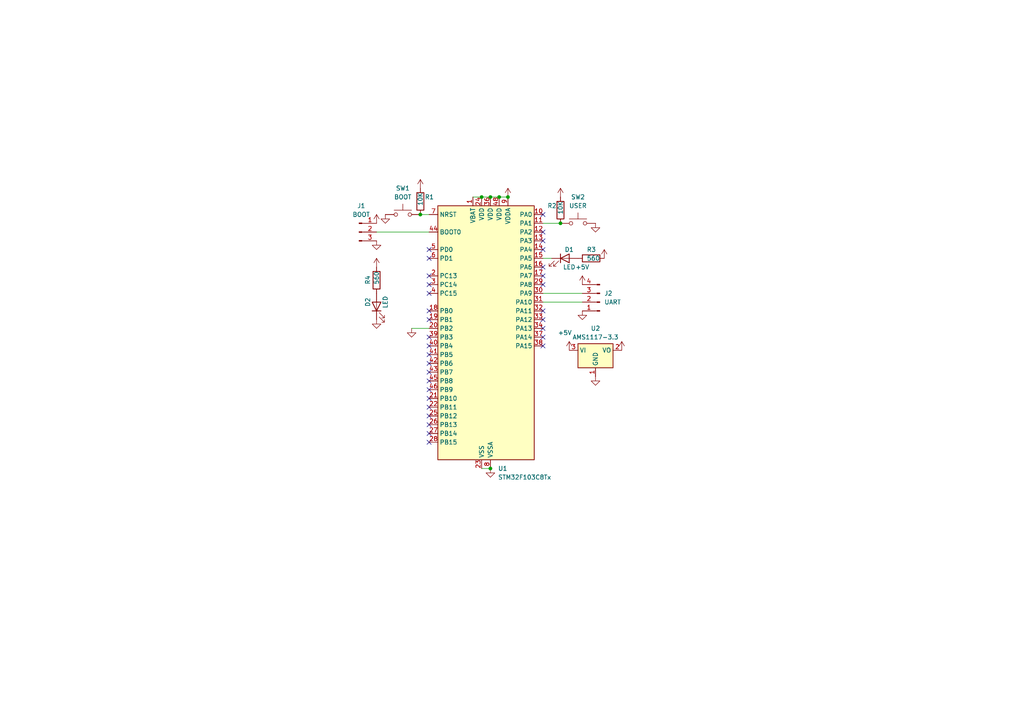
<source format=kicad_sch>
(kicad_sch (version 20230121) (generator eeschema)
  (paper "A4")
  (lib_symbols
    (symbol "Connector:Conn_01x03_Pin" (pin_names (offset 1.016) hide)
      (property "Reference" "J" (at 0 5.08 0))
      (property "Value" "Conn_01x03_Pin" (at 0 -5.08 0))
      (symbol "Conn_01x03_Pin_1_1"
        (polyline (pts (xy 1.27 -2.54) (xy 0.8636 -2.54)) (stroke (width 0.1524)))
        (polyline (pts (xy 1.27 0) (xy 0.8636 0)) (stroke (width 0.1524)))
        (polyline (pts (xy 1.27 2.54) (xy 0.8636 2.54)) (stroke (width 0.1524)))
        (rectangle (start 0.8636 -2.413) (end 0 -2.667) (stroke (width 0.1524)) (fill (type outline)))
        (rectangle (start 0.8636 0.127) (end 0 -0.127) (stroke (width 0.1524)) (fill (type outline)))
        (rectangle (start 0.8636 2.667) (end 0 2.413) (stroke (width 0.1524)) (fill (type outline)))
        (pin passive line (at 5.08 2.54 180) (length 3.81) (name "Pin_1") (number "1"))
        (pin passive line (at 5.08 0 180) (length 3.81) (name "Pin_2") (number "2"))
        (pin passive line (at 5.08 -2.54 180) (length 3.81) (name "Pin_3") (number "3"))
      )
    )
    (symbol "Connector:Conn_01x04_Pin" (pin_names (offset 1.016) hide)
      (property "Reference" "J" (at 0 5.08 0))
      (property "Value" "Conn_01x04_Pin" (at 0 -7.62 0))
      (symbol "Conn_01x04_Pin_1_1"
        (polyline (pts (xy 1.27 -5.08) (xy 0.8636 -5.08)) (stroke (width 0.1524)))
        (polyline (pts (xy 1.27 -2.54) (xy 0.8636 -2.54)) (stroke (width 0.1524)))
        (polyline (pts (xy 1.27 0) (xy 0.8636 0)) (stroke (width 0.1524)))
        (polyline (pts (xy 1.27 2.54) (xy 0.8636 2.54)) (stroke (width 0.1524)))
        (rectangle (start 0.8636 -4.953) (end 0 -5.207) (stroke (width 0.1524)) (fill (type outline)))
        (rectangle (start 0.8636 -2.413) (end 0 -2.667) (stroke (width 0.1524)) (fill (type outline)))
        (rectangle (start 0.8636 0.127) (end 0 -0.127) (stroke (width 0.1524)) (fill (type outline)))
        (rectangle (start 0.8636 2.667) (end 0 2.413) (stroke (width 0.1524)) (fill (type outline)))
        (pin passive line (at 5.08 2.54 180) (length 3.81) (name "Pin_1") (number "1"))
        (pin passive line (at 5.08 0 180) (length 3.81) (name "Pin_2") (number "2"))
        (pin passive line (at 5.08 -2.54 180) (length 3.81) (name "Pin_3") (number "3"))
        (pin passive line (at 5.08 -5.08 180) (length 3.81) (name "Pin_4") (number "4"))
      )
    )
    (symbol "Device:LED" (pin_numbers hide) (pin_names (offset 1.016) hide)
      (property "Reference" "D" (at 0 2.54 0))
      (property "Value" "LED" (at 0 -2.54 0))
      (symbol "LED_0_1"
        (polyline (pts (xy -1.27 -1.27) (xy -1.27 1.27)) (stroke (width 0.254)))
        (polyline (pts (xy -1.27 0) (xy 1.27 0)))
        (polyline (pts (xy 1.27 -1.27) (xy 1.27 1.27) (xy -1.27 0) (xy 1.27 -1.27)) (stroke (width 0.254)))
        (polyline (pts (xy -3.048 -0.762) (xy -4.572 -2.286) (xy -3.81 -2.286) (xy -4.572 -2.286) (xy -4.572 -1.524)))
        (polyline (pts (xy -1.778 -0.762) (xy -3.302 -2.286) (xy -2.54 -2.286) (xy -3.302 -2.286) (xy -3.302 -1.524)))
      )
      (symbol "LED_1_1"
        (pin passive line (at -3.81 0 0) (length 2.54) (name "K") (number "1"))
        (pin passive line (at 3.81 0 180) (length 2.54) (name "A") (number "2"))
      )
    )
    (symbol "Device:R" (pin_numbers hide) (pin_names (offset 0))
      (property "Reference" "R" (at 2.032 0 90))
      (property "Value" "R" (at 0 0 90))
      (symbol "R_0_1"
        (rectangle (start -1.016 -2.54) (end 1.016 2.54) (stroke (width 0.254)))
      )
      (symbol "R_1_1"
        (pin passive line (at 0 3.81 270) (length 1.27) (name "~") (number "1"))
        (pin passive line (at 0 -3.81 90) (length 1.27) (name "~") (number "2"))
      )
    )
    (symbol "MCU_ST_STM32F1:STM32F103C8Tx"
      (property "Reference" "U" (at -12.7 39.37 0))
      (property "Value" "STM32F103C8Tx" (at 10.16 39.37 0))
      (symbol "STM32F103C8Tx_0_1"
        (rectangle (start -12.7 -35.56) (end 15.24 38.1) (stroke (width 0.254)) (fill (type background)))
      )
      (symbol "STM32F103C8Tx_1_1"
        (pin power_in line (at -2.54 40.64 270) (length 2.54) (name "VBAT") (number "1"))
        (pin bidirectional line (at 17.78 35.56 180) (length 2.54) (name "PA0") (number "10"))
        (pin bidirectional line (at 17.78 33.02 180) (length 2.54) (name "PA1") (number "11"))
        (pin bidirectional line (at 17.78 30.48 180) (length 2.54) (name "PA2") (number "12"))
        (pin bidirectional line (at 17.78 27.94 180) (length 2.54) (name "PA3") (number "13"))
        (pin bidirectional line (at 17.78 25.4 180) (length 2.54) (name "PA4") (number "14"))
        (pin bidirectional line (at 17.78 22.86 180) (length 2.54) (name "PA5") (number "15"))
        (pin bidirectional line (at 17.78 20.32 180) (length 2.54) (name "PA6") (number "16"))
        (pin bidirectional line (at 17.78 17.78 180) (length 2.54) (name "PA7") (number "17"))
        (pin bidirectional line (at -15.24 7.62 0) (length 2.54) (name "PB0") (number "18"))
        (pin bidirectional line (at -15.24 5.08 0) (length 2.54) (name "PB1") (number "19"))
        (pin bidirectional line (at -15.24 17.78 0) (length 2.54) (name "PC13") (number "2"))
        (pin bidirectional line (at -15.24 2.54 0) (length 2.54) (name "PB2") (number "20"))
        (pin bidirectional line (at -15.24 -17.78 0) (length 2.54) (name "PB10") (number "21"))
        (pin bidirectional line (at -15.24 -20.32 0) (length 2.54) (name "PB11") (number "22"))
        (pin power_in line (at 0 -38.1 90) (length 2.54) (name "VSS") (number "23"))
        (pin power_in line (at 0 40.64 270) (length 2.54) (name "VDD") (number "24"))
        (pin bidirectional line (at -15.24 -22.86 0) (length 2.54) (name "PB12") (number "25"))
        (pin bidirectional line (at -15.24 -25.4 0) (length 2.54) (name "PB13") (number "26"))
        (pin bidirectional line (at -15.24 -27.94 0) (length 2.54) (name "PB14") (number "27"))
        (pin bidirectional line (at -15.24 -30.48 0) (length 2.54) (name "PB15") (number "28"))
        (pin bidirectional line (at 17.78 15.24 180) (length 2.54) (name "PA8") (number "29"))
        (pin bidirectional line (at -15.24 15.24 0) (length 2.54) (name "PC14") (number "3"))
        (pin bidirectional line (at 17.78 12.7 180) (length 2.54) (name "PA9") (number "30"))
        (pin bidirectional line (at 17.78 10.16 180) (length 2.54) (name "PA10") (number "31"))
        (pin bidirectional line (at 17.78 7.62 180) (length 2.54) (name "PA11") (number "32"))
        (pin bidirectional line (at 17.78 5.08 180) (length 2.54) (name "PA12") (number "33"))
        (pin bidirectional line (at 17.78 2.54 180) (length 2.54) (name "PA13") (number "34"))
        (pin passive line (at 0 -38.1 90) (length 2.54) hide (name "VSS") (number "35"))
        (pin power_in line (at 2.54 40.64 270) (length 2.54) (name "VDD") (number "36"))
        (pin bidirectional line (at 17.78 0 180) (length 2.54) (name "PA14") (number "37"))
        (pin bidirectional line (at 17.78 -2.54 180) (length 2.54) (name "PA15") (number "38"))
        (pin bidirectional line (at -15.24 0 0) (length 2.54) (name "PB3") (number "39"))
        (pin bidirectional line (at -15.24 12.7 0) (length 2.54) (name "PC15") (number "4"))
        (pin bidirectional line (at -15.24 -2.54 0) (length 2.54) (name "PB4") (number "40"))
        (pin bidirectional line (at -15.24 -5.08 0) (length 2.54) (name "PB5") (number "41"))
        (pin bidirectional line (at -15.24 -7.62 0) (length 2.54) (name "PB6") (number "42"))
        (pin bidirectional line (at -15.24 -10.16 0) (length 2.54) (name "PB7") (number "43"))
        (pin input line (at -15.24 30.48 0) (length 2.54) (name "BOOT0") (number "44"))
        (pin bidirectional line (at -15.24 -12.7 0) (length 2.54) (name "PB8") (number "45"))
        (pin bidirectional line (at -15.24 -15.24 0) (length 2.54) (name "PB9") (number "46"))
        (pin passive line (at 0 -38.1 90) (length 2.54) hide (name "VSS") (number "47"))
        (pin power_in line (at 5.08 40.64 270) (length 2.54) (name "VDD") (number "48"))
        (pin bidirectional line (at -15.24 25.4 0) (length 2.54) (name "PD0") (number "5"))
        (pin bidirectional line (at -15.24 22.86 0) (length 2.54) (name "PD1") (number "6"))
        (pin input line (at -15.24 35.56 0) (length 2.54) (name "NRST") (number "7"))
        (pin power_in line (at 2.54 -38.1 90) (length 2.54) (name "VSSA") (number "8"))
        (pin power_in line (at 7.62 40.64 270) (length 2.54) (name "VDDA") (number "9"))
      )
    )
    (symbol "Regulator_Linear:AMS1117-3.3"
      (property "Reference" "U" (at -3.81 3.175 0))
      (property "Value" "AMS1117-3.3" (at 0 3.175 0))
      (symbol "AMS1117-3.3_0_1"
        (rectangle (start -5.08 -5.08) (end 5.08 1.905) (stroke (width 0.254)) (fill (type background)))
      )
      (symbol "AMS1117-3.3_1_1"
        (pin power_in line (at 0 -7.62 90) (length 2.54) (name "GND") (number "1"))
        (pin power_out line (at 7.62 0 180) (length 2.54) (name "VO") (number "2"))
        (pin power_in line (at -7.62 0 0) (length 2.54) (name "VI") (number "3"))
      )
    )
    (symbol "Switch:SW_Push" (pin_numbers hide) (pin_names (offset 1.016) hide)
      (property "Reference" "SW" (at 1.27 2.54 0))
      (property "Value" "SW_Push" (at 0 -1.524 0))
      (symbol "SW_Push_0_1"
        (circle (center -2.032 0) (radius 0.508))
        (polyline (pts (xy 0 1.27) (xy 0 3.048)))
        (polyline (pts (xy 2.54 1.27) (xy -2.54 1.27)))
        (circle (center 2.032 0) (radius 0.508))
        (pin passive line (at -5.08 0 0) (length 2.54) (name "1") (number "1"))
        (pin passive line (at 5.08 0 180) (length 2.54) (name "2") (number "2"))
      )
    )
    (symbol "power:+5V" (power) (pin_names (offset 0))
      (property "Value" "+5V" (at 0 3.556 0))
      (symbol "+5V_0_1"
        (polyline (pts (xy -0.762 1.27) (xy 0 2.54)))
        (polyline (pts (xy 0 0) (xy 0 2.54)))
        (polyline (pts (xy 0 2.54) (xy 0.762 1.27)))
      )
      (symbol "+5V_1_1"
        (pin power_in line (at 0 0 90) (length 0) hide (name "+5V") (number "1"))
      )
    )
    (symbol "power:GND" (power) (pin_names (offset 0))
      (property "Value" "GND" (at 0 -3.81 0))
      (symbol "GND_0_1"
        (polyline (pts (xy 0 0) (xy 0 -1.27) (xy 1.27 -1.27) (xy 0 -2.54) (xy -1.27 -1.27) (xy 0 -1.27)))
      )
      (symbol "GND_1_1"
        (pin power_in line (at 0 0 270) (length 0) hide (name "GND") (number "1"))
      )
    )
    (symbol "power:VDD" (power) (pin_names (offset 0))
      (property "Value" "VDD" (at 0 3.81 0))
      (symbol "VDD_0_1"
        (polyline (pts (xy -0.762 1.27) (xy 0 2.54)))
        (polyline (pts (xy 0 0) (xy 0 2.54)))
        (polyline (pts (xy 0 2.54) (xy 0.762 1.27)))
      )
      (symbol "VDD_1_1"
        (pin power_in line (at 0 0 90) (length 0) hide (name "VDD") (number "1"))
      )
    )
  )
  (junction (at 121.92 62.23))
  (junction (at 139.7 57.15))
  (junction (at 144.78 57.15))
  (junction (at 142.24 57.15))
  (junction (at 162.56 64.77))
  (junction (at 147.32 57.15))
  (junction (at 142.24 135.89))
  (no_connect (at 157.48 82.55))
  (no_connect (at 124.46 100.33))
  (no_connect (at 157.48 97.79))
  (no_connect (at 157.48 92.71))
  (no_connect (at 124.46 113.03))
  (no_connect (at 124.46 80.01))
  (no_connect (at 124.46 110.49))
  (no_connect (at 124.46 118.11))
  (no_connect (at 124.46 97.79))
  (no_connect (at 157.48 100.33))
  (no_connect (at 124.46 92.71))
  (no_connect (at 157.48 72.39))
  (no_connect (at 124.46 90.17))
  (no_connect (at 157.48 69.85))
  (no_connect (at 124.46 105.41))
  (no_connect (at 124.46 102.87))
  (no_connect (at 124.46 82.55))
  (no_connect (at 124.46 107.95))
  (no_connect (at 157.48 95.25))
  (no_connect (at 124.46 120.65))
  (no_connect (at 124.46 74.93))
  (no_connect (at 124.46 125.73))
  (no_connect (at 124.46 85.09))
  (no_connect (at 157.48 62.23))
  (no_connect (at 124.46 128.27))
  (no_connect (at 157.48 80.01))
  (no_connect (at 124.46 72.39))
  (no_connect (at 124.46 123.19))
  (no_connect (at 124.46 115.57))
  (no_connect (at 157.48 90.17))
  (no_connect (at 157.48 67.31))
  (no_connect (at 157.48 77.47))
  (wire (pts (xy 109.22 67.31) (xy 124.46 67.31)))
  (wire (pts (xy 137.16 57.15) (xy 139.7 57.15)))
  (wire (pts (xy 139.7 135.89) (xy 142.24 135.89)))
  (wire (pts (xy 144.78 57.15) (xy 147.32 57.15)))
  (wire (pts (xy 119.38 95.25) (xy 124.46 95.25)))
  (wire (pts (xy 157.48 85.09) (xy 168.91 85.09)))
  (wire (pts (xy 142.24 57.15) (xy 144.78 57.15)))
  (wire (pts (xy 157.48 87.63) (xy 168.91 87.63)))
  (wire (pts (xy 121.92 62.23) (xy 124.46 62.23)))
  (wire (pts (xy 157.48 74.93) (xy 160.02 74.93)))
  (wire (pts (xy 157.48 64.77) (xy 162.56 64.77)))
  (wire (pts (xy 139.7 57.15) (xy 142.24 57.15)))
  (symbol (lib_id "Switch:SW_Push") (at 167.64 64.77 0) (unit 1)
    (property "Reference" "SW2" (at 167.64 57.15 0))
    (property "Value" "USER" (at 167.64 59.69 0))
    (property "Footprint" "Button_Switch_SMD:SW_SPST_B3U-1000P" (effects hide))
  )
  (symbol (lib_id "Device:R") (at 162.56 60.96 0) (unit 1)
    (property "Reference" "R2" (at 158.75 59.69 0) (effects (justify left)))
    (property "Value" "10K" (at 162.56 62.23 90) (effects (justify left)))
    (property "Footprint" "Resistor_SMD:R_1206_3216Metric_Pad1.30x1.75mm_HandSolder" (effects hide))
  )
  (symbol (lib_id "Device:LED") (at 163.83 74.93 0) (unit 1)
    (property "Reference" "D1" (at 165.1 72.39 0))
    (property "Value" "LED" (at 165.1 77.47 0))
    (property "Footprint" "LED_SMD:LED_1206_3216Metric_Pad1.42x1.75mm_HandSolder" (effects hide))
  )
  (symbol (lib_id "power:+5V") (at 168.91 82.55 0) (unit 1)
    (property "Reference" "#PWR09" (effects hide))
    (property "Value" "+5V" (at 168.91 77.47 0))
  )
  (symbol (lib_id "power:GND") (at 172.72 109.22 0) (unit 1)
    (property "Reference" "#PWR017" (effects hide))
    (property "Value" "GND" (effects hide))
  )
  (symbol (lib_id "Regulator_Linear:AMS1117-3.3") (at 172.72 101.6 0) (unit 1)
    (property "Reference" "U2" (at 172.72 95.25 0))
    (property "Value" "AMS1117-3.3" (at 172.72 97.79 0))
    (property "Footprint" "Package_TO_SOT_SMD:SOT-223-3_TabPin2" (effects hide))
    (property "Datasheet" "http://www.advanced-monolithic.com/pdf/ds1117.pdf" (effects hide))
  )
  (symbol (lib_id "power:GND") (at 111.76 62.23 0) (unit 1)
    (property "Reference" "#PWR05" (effects hide))
    (property "Value" "GND" (effects hide))
  )
  (symbol (lib_id "power:GND") (at 168.91 90.17 0) (unit 1)
    (property "Reference" "#PWR08" (effects hide))
    (property "Value" "GND" (effects hide))
  )
  (symbol (lib_id "power:VDD") (at 109.22 77.47 0) (unit 1)
    (property "Reference" "#PWR013" (effects hide))
    (property "Value" "VDD" (effects hide))
  )
  (symbol (lib_id "power:GND") (at 172.72 64.77 0) (unit 1)
    (property "Reference" "#PWR011" (effects hide))
    (property "Value" "GND" (effects hide))
  )
  (symbol (lib_id "Connector:Conn_01x03_Pin") (at 104.14 67.31 0) (unit 1)
    (property "Reference" "J1" (at 104.775 59.69 0))
    (property "Value" "BOOT" (at 104.775 62.23 0))
    (property "Footprint" "Connector_PinHeader_2.54mm:PinHeader_1x03_P2.54mm_Vertical" (effects hide))
  )
  (symbol (lib_id "MCU_ST_STM32F1:STM32F103C8Tx") (at 139.7 97.79 0) (unit 1)
    (property "Reference" "U1" (at 144.4341 135.89 0) (effects (justify left)))
    (property "Value" "STM32F103C8Tx" (at 144.4341 138.43 0) (effects (justify left)))
    (property "Footprint" "Package_QFP:LQFP-48_7x7mm_P0.5mm" (effects hide))
    (property "Datasheet" "https://www.st.com/resource/en/datasheet/stm32f103c8.pdf" (effects hide))
  )
  (symbol (lib_id "Device:R") (at 109.22 81.28 0) (unit 1)
    (property "Reference" "R4" (at 106.68 82.55 90) (effects (justify left)))
    (property "Value" "560" (at 109.22 82.55 90) (effects (justify left)))
    (property "Footprint" "Resistor_SMD:R_1206_3216Metric_Pad1.30x1.75mm_HandSolder" (effects hide))
  )
  (symbol (lib_id "power:VDD") (at 180.34 101.6 0) (unit 1)
    (property "Reference" "#PWR016" (effects hide))
    (property "Value" "VDD" (effects hide))
  )
  (symbol (lib_id "power:GND") (at 109.22 69.85 0) (unit 1)
    (property "Reference" "#PWR02" (effects hide))
    (property "Value" "GND" (effects hide))
  )
  (symbol (lib_id "Device:R") (at 171.45 74.93 270) (unit 1)
    (property "Reference" "R3" (at 170.18 72.39 90) (effects (justify left)))
    (property "Value" "560" (at 170.18 74.93 90) (effects (justify left)))
    (property "Footprint" "Resistor_SMD:R_1206_3216Metric_Pad1.30x1.75mm_HandSolder" (effects hide))
  )
  (symbol (lib_id "power:GND") (at 109.22 92.71 0) (unit 1)
    (property "Reference" "#PWR014" (effects hide))
    (property "Value" "GND" (effects hide))
  )
  (symbol (lib_id "power:GND") (at 119.38 95.25 0) (unit 1)
    (property "Reference" "#PWR07" (effects hide))
    (property "Value" "GND" (effects hide))
  )
  (symbol (lib_id "power:VDD") (at 109.22 64.77 0) (unit 1)
    (property "Reference" "#PWR03" (effects hide))
    (property "Value" "VDD" (effects hide))
  )
  (symbol (lib_id "Switch:SW_Push") (at 116.84 62.23 0) (unit 1)
    (property "Reference" "SW1" (at 116.84 54.61 0))
    (property "Value" "BOOT" (at 116.84 57.15 0))
    (property "Footprint" "Button_Switch_SMD:SW_SPST_B3U-1000P" (effects hide))
  )
  (symbol (lib_id "power:+5V") (at 165.1 101.6 0) (unit 1)
    (property "Reference" "#PWR015" (effects hide))
    (property "Value" "+5V" (at 163.83 96.52 0))
  )
  (symbol (lib_id "Device:R") (at 121.92 58.42 0) (unit 1)
    (property "Reference" "R1" (at 123.19 57.15 0) (effects (justify left)))
    (property "Value" "10K" (at 121.92 59.69 90) (effects (justify left)))
    (property "Footprint" "Resistor_SMD:R_1206_3216Metric_Pad1.30x1.75mm_HandSolder" (effects hide))
  )
  (symbol (lib_id "power:GND") (at 142.24 135.89 0) (unit 1)
    (property "Reference" "#PWR06" (effects hide))
    (property "Value" "GND" (effects hide))
  )
  (symbol (lib_id "power:VDD") (at 175.26 74.93 0) (unit 1)
    (property "Reference" "#PWR012" (effects hide))
    (property "Value" "VDD" (effects hide))
  )
  (symbol (lib_id "power:VDD") (at 147.32 57.15 0) (unit 1)
    (property "Reference" "#PWR01" (effects hide))
    (property "Value" "VDD" (effects hide))
  )
  (symbol (lib_id "Connector:Conn_01x04_Pin") (at 173.99 87.63 180) (unit 1)
    (property "Reference" "J2" (at 175.26 85.09 0) (effects (justify right)))
    (property "Value" "UART" (at 175.26 87.63 0) (effects (justify right)))
    (property "Footprint" "Connector_PinHeader_2.54mm:PinHeader_1x04_P2.54mm_Vertical" (effects hide))
  )
  (symbol (lib_id "power:VDD") (at 162.56 57.15 0) (unit 1)
    (property "Reference" "#PWR010" (effects hide))
    (property "Value" "VDD" (effects hide))
  )
  (symbol (lib_id "Device:LED") (at 109.22 88.9 90) (unit 1)
    (property "Reference" "D2" (at 106.68 87.63 0))
    (property "Value" "LED" (at 111.76 87.63 0))
    (property "Footprint" "LED_SMD:LED_1206_3216Metric_Pad1.42x1.75mm_HandSolder" (effects hide))
  )
  (symbol (lib_id "power:VDD") (at 121.92 54.61 0) (unit 1)
    (property "Reference" "#PWR04" (effects hide))
    (property "Value" "VDD" (effects hide))
  )
)
</source>
